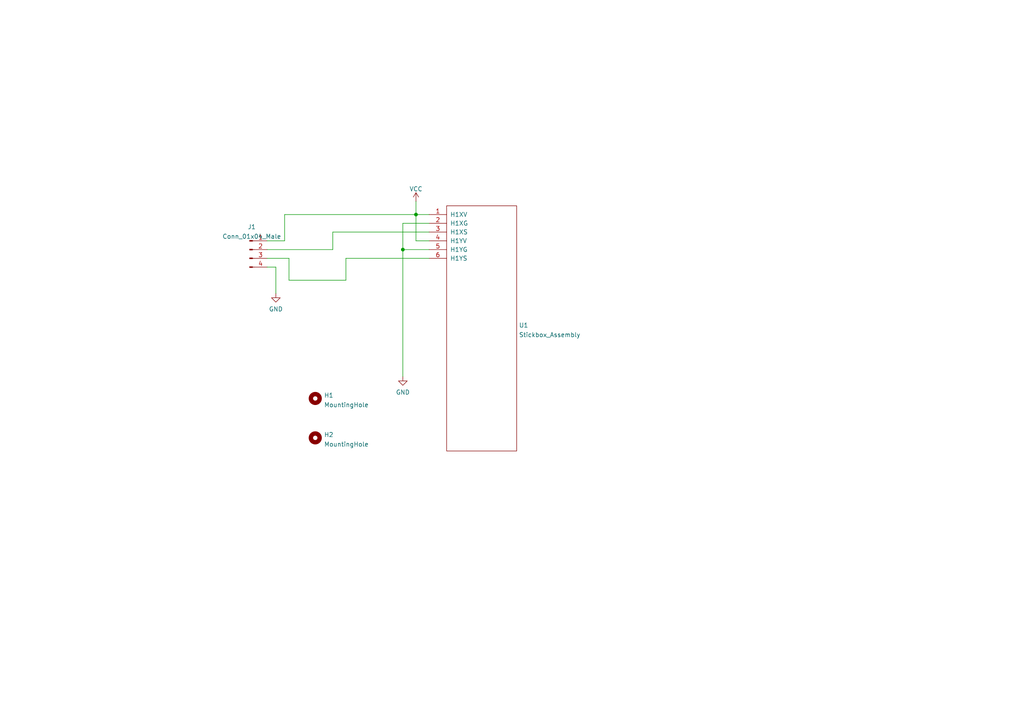
<source format=kicad_sch>
(kicad_sch (version 20211123) (generator eeschema)
  (paper "A4")
  (lib_symbols
    (symbol "Connector:Conn_01x04_Male" (pin_names (offset 1.016) hide)
      (property "Reference" "J" (at 0 5.08 0))
      (property "Value" "Conn_01x04_Male" (at 0 -7.62 0))
      (symbol "Conn_01x04_Male_1_1"
        (polyline (pts (xy 1.27 -5.08) (xy 0.8636 -5.08)) (stroke (width 0.1524)))
        (polyline (pts (xy 1.27 -2.54) (xy 0.8636 -2.54)) (stroke (width 0.1524)))
        (polyline (pts (xy 1.27 0) (xy 0.8636 0)) (stroke (width 0.1524)))
        (polyline (pts (xy 1.27 2.54) (xy 0.8636 2.54)) (stroke (width 0.1524)))
        (rectangle (start 0.8636 -4.953) (end 0 -5.207) (stroke (width 0.1524)) (fill (type outline)))
        (rectangle (start 0.8636 -2.413) (end 0 -2.667) (stroke (width 0.1524)) (fill (type outline)))
        (rectangle (start 0.8636 0.127) (end 0 -0.127) (stroke (width 0.1524)) (fill (type outline)))
        (rectangle (start 0.8636 2.667) (end 0 2.413) (stroke (width 0.1524)) (fill (type outline)))
        (pin passive line (at 5.08 2.54 180) (length 3.81) (name "Pin_1") (number "1"))
        (pin passive line (at 5.08 0 180) (length 3.81) (name "Pin_2") (number "2"))
        (pin passive line (at 5.08 -2.54 180) (length 3.81) (name "Pin_3") (number "3"))
        (pin passive line (at 5.08 -5.08 180) (length 3.81) (name "Pin_4") (number "4"))
      )
    )
    (symbol "Gamecube MB:Stickbox_Assembly_Hall_Only" (pin_names (offset 1.016))
      (property "Reference" "U2" (at -3.81 -69.85 0))
      (property "Value" "Stickbox_Assembly_Hall_Only" (at -10.16 -73.66 0))
      (symbol "Stickbox_Assembly_Hall_Only_0_0"
        (pin unspecified line (at -5.08 -2.54 0) (length 5.08) (name "H1XV") (number "1"))
        (pin unspecified line (at -5.08 -5.08 0) (length 5.08) (name "H1XG") (number "2"))
        (pin unspecified line (at -5.08 -7.62 0) (length 5.08) (name "H1XS") (number "3"))
        (pin unspecified line (at -5.08 -10.16 0) (length 5.08) (name "H1YV") (number "4"))
        (pin unspecified line (at -5.08 -12.7 0) (length 5.08) (name "H1YG") (number "5"))
        (pin unspecified line (at -5.08 -15.24 0) (length 5.08) (name "H1YS") (number "6"))
      )
      (symbol "Stickbox_Assembly_Hall_Only_0_1"
        (rectangle (start 0 0) (end 20.32 -71.12))
      )
    )
    (symbol "Mechanical:MountingHole" (pin_names (offset 1.016))
      (property "Reference" "H" (at 0 5.08 0))
      (property "Value" "MountingHole" (at 0 3.175 0))
      (symbol "MountingHole_0_1"
        (circle (center 0 0) (radius 1.27) (stroke (width 1.27)))
      )
    )
    (symbol "power:GND" (power) (pin_names (offset 0))
      (property "Value" "GND" (at 0 -3.81 0))
      (symbol "GND_0_1"
        (polyline (pts (xy 0 0) (xy 0 -1.27) (xy 1.27 -1.27) (xy 0 -2.54) (xy -1.27 -1.27) (xy 0 -1.27)))
      )
      (symbol "GND_1_1"
        (pin power_in line (at 0 0 270) (length 0) hide (name "GND") (number "1"))
      )
    )
    (symbol "power:VCC" (power) (pin_names (offset 0))
      (property "Value" "VCC" (at 0 3.81 0))
      (symbol "VCC_0_1"
        (polyline (pts (xy -0.762 1.27) (xy 0 2.54)))
        (polyline (pts (xy 0 0) (xy 0 2.54)))
        (polyline (pts (xy 0 2.54) (xy 0.762 1.27)))
      )
      (symbol "VCC_1_1"
        (pin power_in line (at 0 0 90) (length 0) hide (name "VCC") (number "1"))
      )
    )
  )
  (junction (at 120.65 62.23))
  (junction (at 116.84 72.39))
  (wire (pts (xy 116.84 72.39) (xy 116.84 109.22)))
  (wire (pts (xy 124.46 72.39) (xy 116.84 72.39)))
  (wire (pts (xy 120.65 62.23) (xy 120.65 58.42)))
  (wire (pts (xy 124.46 64.77) (xy 116.84 64.77)))
  (wire (pts (xy 82.55 62.23) (xy 82.55 69.85)))
  (wire (pts (xy 116.84 64.77) (xy 116.84 72.39)))
  (wire (pts (xy 77.47 77.47) (xy 80.01 77.47)))
  (wire (pts (xy 124.46 69.85) (xy 120.65 69.85)))
  (wire (pts (xy 124.46 62.23) (xy 120.65 62.23)))
  (wire (pts (xy 100.33 74.93) (xy 124.46 74.93)))
  (wire (pts (xy 77.47 69.85) (xy 82.55 69.85)))
  (wire (pts (xy 96.52 72.39) (xy 96.52 67.31)))
  (wire (pts (xy 120.65 62.23) (xy 82.55 62.23)))
  (wire (pts (xy 83.82 74.93) (xy 83.82 81.28)))
  (wire (pts (xy 120.65 69.85) (xy 120.65 62.23)))
  (wire (pts (xy 100.33 81.28) (xy 100.33 74.93)))
  (wire (pts (xy 77.47 72.39) (xy 96.52 72.39)))
  (wire (pts (xy 80.01 77.47) (xy 80.01 85.09)))
  (wire (pts (xy 77.47 74.93) (xy 83.82 74.93)))
  (wire (pts (xy 96.52 67.31) (xy 124.46 67.31)))
  (wire (pts (xy 83.82 81.28) (xy 100.33 81.28)))
  (symbol (lib_id "power:GND") (at 80.01 85.09 0) (unit 1)
    (property "Reference" "#PWR01" (effects hide))
    (property "Value" "GND" (at 80.01 89.6525 0))
  )
  (symbol (lib_id "power:GND") (at 116.84 109.22 0) (unit 1)
    (property "Reference" "#PWR04" (effects hide))
    (property "Value" "GND" (at 116.84 113.7825 0))
  )
  (symbol (lib_id "Connector:Conn_01x04_Male") (at 72.39 72.39 0) (unit 1)
    (property "Reference" "J1" (at 73.025 65.8073 0))
    (property "Value" "Conn_01x04_Male" (at 73.025 68.5824 0))
    (property "Footprint" "Connector_PinHeader_2.00mm:PinHeader_1x04_P2.00mm_Vertical" (effects hide))
  )
  (symbol (lib_id "Gamecube MB:Stickbox_Assembly_Hall_Only") (at 129.54 59.69 0) (unit 1)
    (property "Reference" "U1" (at 150.495 94.3415 0) (effects (justify left)))
    (property "Value" "Stickbox_Assembly" (at 150.495 97.1166 0) (effects (justify left)))
    (property "Footprint" "Gamecube MB:GCC_Stickbox_Hall_Only" (effects hide))
  )
  (symbol (lib_id "power:VCC") (at 120.65 58.42 0) (unit 1)
    (property "Reference" "#PWR05" (effects hide))
    (property "Value" "VCC" (at 120.65 54.8155 0))
  )
  (symbol (lib_id "Mechanical:MountingHole") (at 91.44 127 0) (unit 1)
    (property "Reference" "H2" (at 93.98 126.0915 0) (effects (justify left)))
    (property "Value" "MountingHole" (at 93.98 128.8666 0) (effects (justify left)))
    (property "Footprint" "Gamecube MB:MountingHole_5.2mm" (effects hide))
  )
  (symbol (lib_id "Mechanical:MountingHole") (at 91.44 115.57 0) (unit 1)
    (property "Reference" "H1" (at 93.98 114.6615 0) (effects (justify left)))
    (property "Value" "MountingHole" (at 93.98 117.4366 0) (effects (justify left)))
    (property "Footprint" "Gamecube MB:MountingHole_1.8mm" (effects hide))
  )
)
</source>
